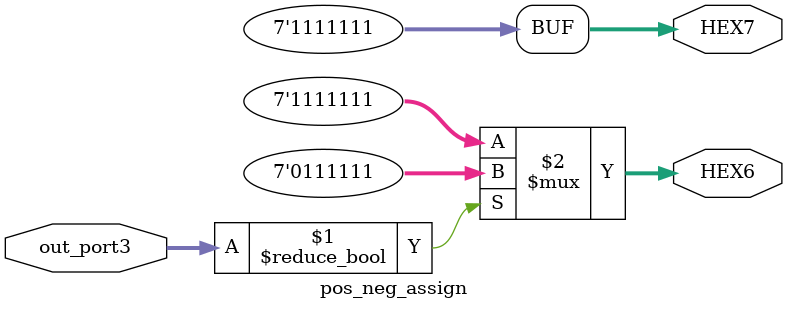
<source format=v>
module pos_neg_assign(out_port3, HEX7, HEX6);
	input [31: 0] out_port3;
	output wire [6: 0] HEX7, HEX6;
	assign HEX7 = 7'b1111111;
	assign HEX6 = out_port3 ? 7'b0111111 : 7'b1111111;

	
endmodule
</source>
